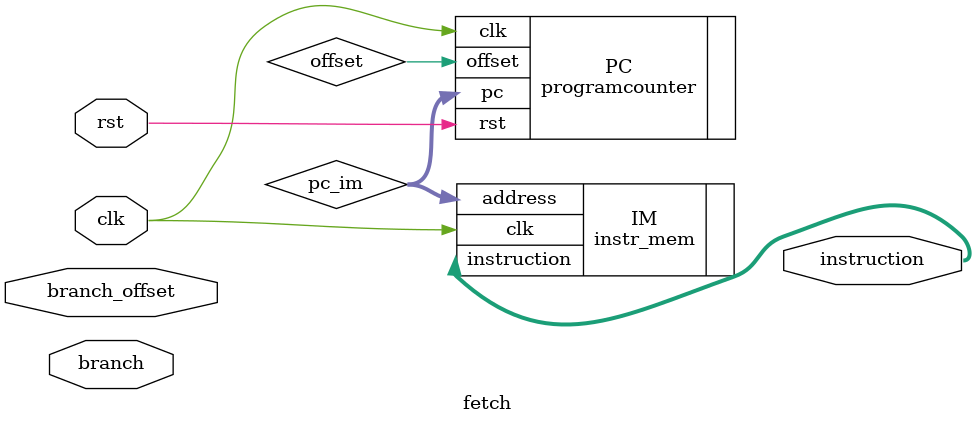
<source format=v>
`include "IM.v"
`include "PC.v"

module fetch
(
    input clk,
    input wire rst,
    input branch,
    input [31:0]branch_offset,
    output wire [31:0]instruction

);

wire [31:0]pc_im;
wire [31:0]pc_offset;

always @ (*)
begin
    if(branch)
    pc_offset = branch_offset << 1;
    else
    pc_offset = 1;
end 

instr_mem #( .addresswidth(32), .datawidth(32)) IM
(
    .clk(clk),
    .address(pc_im),
    .instruction(instruction)
);

programcounter #(.datawidth(32)) PC
(
    .clk(clk),
    .rst(rst),
    .offset(offset),
    .pc(pc_im)
);

endmodule
</source>
